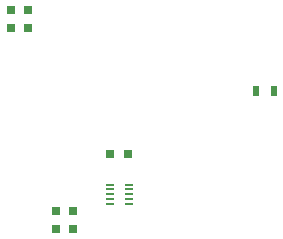
<source format=gbr>
G04 #@! TF.GenerationSoftware,KiCad,Pcbnew,(5.1.4-0-10_14)*
G04 #@! TF.CreationDate,2021-08-15T13:31:00+02:00*
G04 #@! TF.ProjectId,avrCubeRev2,61767243-7562-4655-9265-76322e6b6963,rev?*
G04 #@! TF.SameCoordinates,Original*
G04 #@! TF.FileFunction,Paste,Bot*
G04 #@! TF.FilePolarity,Positive*
%FSLAX46Y46*%
G04 Gerber Fmt 4.6, Leading zero omitted, Abs format (unit mm)*
G04 Created by KiCad (PCBNEW (5.1.4-0-10_14)) date 2021-08-15 13:31:00*
%MOMM*%
%LPD*%
G04 APERTURE LIST*
%ADD10R,0.700000X0.250000*%
%ADD11R,0.500000X0.900000*%
%ADD12R,0.800000X0.750000*%
%ADD13R,0.750000X0.800000*%
G04 APERTURE END LIST*
D10*
X77051000Y-86144000D03*
X77051000Y-85744000D03*
X77051000Y-85344000D03*
X77051000Y-84944000D03*
X77051000Y-84544000D03*
X78651000Y-84544000D03*
X78651000Y-84944000D03*
X78651000Y-85344000D03*
X78651000Y-85744000D03*
X78651000Y-86144000D03*
D11*
X89420000Y-76581000D03*
X90920000Y-76581000D03*
D12*
X78601000Y-81915000D03*
X77101000Y-81915000D03*
D13*
X72517000Y-88253000D03*
X72517000Y-86753000D03*
X73914000Y-88253000D03*
X73914000Y-86753000D03*
X68707000Y-69735000D03*
X68707000Y-71235000D03*
X70104000Y-69735000D03*
X70104000Y-71235000D03*
M02*

</source>
